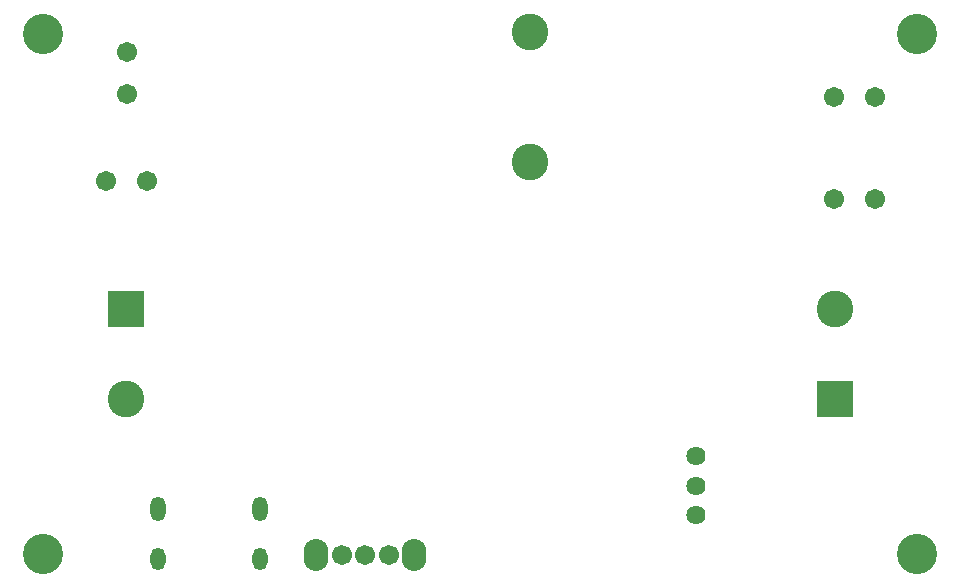
<source format=gbs>
G04 Layer: BottomSolderMaskLayer*
G04 EasyEDA Pro v2.2.37.7, 2025-04-09 10:13:22*
G04 Gerber Generator version 0.3*
G04 Scale: 100 percent, Rotated: No, Reflected: No*
G04 Dimensions in millimeters*
G04 Leading zeros omitted, absolute positions, 4 integers and 5 decimals*
%FSLAX45Y45*%
%MOMM*%
%AMRoundRect*1,1,$1,$2,$3*1,1,$1,$4,$5*1,1,$1,0-$2,0-$3*1,1,$1,0-$4,0-$5*20,1,$1,$2,$3,$4,$5,0*20,1,$1,$4,$5,0-$2,0-$3,0*20,1,$1,0-$2,0-$3,0-$4,0-$5,0*20,1,$1,0-$4,0-$5,$2,$3,0*4,1,4,$2,$3,$4,$5,0-$2,0-$3,0-$4,0-$5,$2,$3,0*%
%ADD10C,3.102*%
%ADD11C,1.702*%
%ADD12RoundRect,0.09875X-1.50162X-1.50162X-1.50162X1.50162*%
%ADD13RoundRect,0.09875X1.50162X1.50162X1.50162X-1.50162*%
%ADD14C,1.626*%
%ADD15O,1.70155X1.7016*%
%ADD16O,2.1016X2.70159*%
%ADD17O,1.30002X2.10002*%
%ADD18O,1.30002X1.90002*%
%ADD19C,3.4036*%
G75*


G04 Pad Start*
G54D10*
G01X4419600Y-1375499D03*
G01X4419600Y-275501D03*
G54D11*
G01X6987799Y-1689095D03*
G01X7337811Y-1689095D03*
G01X7337806Y-825500D03*
G01X6987794Y-825500D03*
G01X828299Y-1536695D03*
G01X1178311Y-1536695D03*
G01X1003300Y-797306D03*
G01X1003300Y-447294D03*
G54D12*
G01X7000000Y-3381000D03*
G54D10*
G01X7000000Y-2619000D03*
G54D13*
G01X1000000Y-2619000D03*
G54D10*
G01X1000000Y-3381000D03*
G54D14*
G01X5819609Y-4114984D03*
G01X5819609Y-3864972D03*
G01X5819609Y-4364971D03*
G54D15*
G01X2822600Y-4698995D03*
G01X3222600Y-4698995D03*
G01X3022600Y-4698995D03*
G54D16*
G01X3437611Y-4698995D03*
G01X2607589Y-4698995D03*
G54D17*
G01X1269302Y-4313288D03*
G01X2134299Y-4313288D03*
G54D18*
G01X1269302Y-4733303D03*
G01X2134299Y-4733303D03*
G54D19*
G01X293650Y-293650D03*
G01X7693650Y-293650D03*
G01X293650Y-4693650D03*
G01X7693650Y-4693650D03*
G04 Pad End*

M02*


</source>
